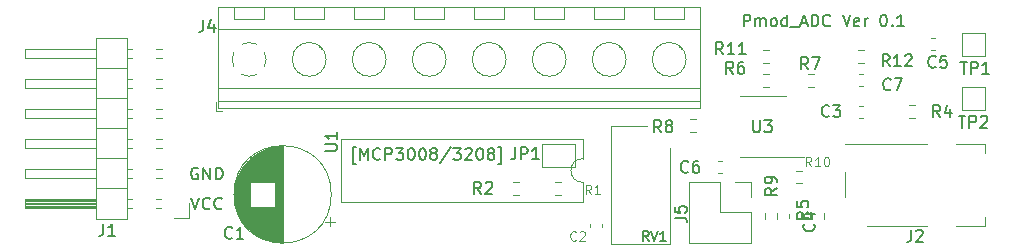
<source format=gbr>
%TF.GenerationSoftware,KiCad,Pcbnew,7.0.5*%
%TF.CreationDate,2024-01-04T17:18:43+09:00*%
%TF.ProjectId,Pmod_ADC,506d6f64-5f41-4444-932e-6b696361645f,rev?*%
%TF.SameCoordinates,Original*%
%TF.FileFunction,Legend,Top*%
%TF.FilePolarity,Positive*%
%FSLAX46Y46*%
G04 Gerber Fmt 4.6, Leading zero omitted, Abs format (unit mm)*
G04 Created by KiCad (PCBNEW 7.0.5) date 2024-01-04 17:18:43*
%MOMM*%
%LPD*%
G01*
G04 APERTURE LIST*
%ADD10C,0.150000*%
%ADD11C,0.100000*%
%ADD12C,0.120000*%
G04 APERTURE END LIST*
D10*
X164706493Y-94691152D02*
X164468398Y-94691152D01*
X164468398Y-94691152D02*
X164468398Y-93262580D01*
X164468398Y-93262580D02*
X164706493Y-93262580D01*
X165087446Y-94357819D02*
X165087446Y-93357819D01*
X165087446Y-93357819D02*
X165420779Y-94072104D01*
X165420779Y-94072104D02*
X165754112Y-93357819D01*
X165754112Y-93357819D02*
X165754112Y-94357819D01*
X166801731Y-94262580D02*
X166754112Y-94310200D01*
X166754112Y-94310200D02*
X166611255Y-94357819D01*
X166611255Y-94357819D02*
X166516017Y-94357819D01*
X166516017Y-94357819D02*
X166373160Y-94310200D01*
X166373160Y-94310200D02*
X166277922Y-94214961D01*
X166277922Y-94214961D02*
X166230303Y-94119723D01*
X166230303Y-94119723D02*
X166182684Y-93929247D01*
X166182684Y-93929247D02*
X166182684Y-93786390D01*
X166182684Y-93786390D02*
X166230303Y-93595914D01*
X166230303Y-93595914D02*
X166277922Y-93500676D01*
X166277922Y-93500676D02*
X166373160Y-93405438D01*
X166373160Y-93405438D02*
X166516017Y-93357819D01*
X166516017Y-93357819D02*
X166611255Y-93357819D01*
X166611255Y-93357819D02*
X166754112Y-93405438D01*
X166754112Y-93405438D02*
X166801731Y-93453057D01*
X167230303Y-94357819D02*
X167230303Y-93357819D01*
X167230303Y-93357819D02*
X167611255Y-93357819D01*
X167611255Y-93357819D02*
X167706493Y-93405438D01*
X167706493Y-93405438D02*
X167754112Y-93453057D01*
X167754112Y-93453057D02*
X167801731Y-93548295D01*
X167801731Y-93548295D02*
X167801731Y-93691152D01*
X167801731Y-93691152D02*
X167754112Y-93786390D01*
X167754112Y-93786390D02*
X167706493Y-93834009D01*
X167706493Y-93834009D02*
X167611255Y-93881628D01*
X167611255Y-93881628D02*
X167230303Y-93881628D01*
X168135065Y-93357819D02*
X168754112Y-93357819D01*
X168754112Y-93357819D02*
X168420779Y-93738771D01*
X168420779Y-93738771D02*
X168563636Y-93738771D01*
X168563636Y-93738771D02*
X168658874Y-93786390D01*
X168658874Y-93786390D02*
X168706493Y-93834009D01*
X168706493Y-93834009D02*
X168754112Y-93929247D01*
X168754112Y-93929247D02*
X168754112Y-94167342D01*
X168754112Y-94167342D02*
X168706493Y-94262580D01*
X168706493Y-94262580D02*
X168658874Y-94310200D01*
X168658874Y-94310200D02*
X168563636Y-94357819D01*
X168563636Y-94357819D02*
X168277922Y-94357819D01*
X168277922Y-94357819D02*
X168182684Y-94310200D01*
X168182684Y-94310200D02*
X168135065Y-94262580D01*
X169373160Y-93357819D02*
X169468398Y-93357819D01*
X169468398Y-93357819D02*
X169563636Y-93405438D01*
X169563636Y-93405438D02*
X169611255Y-93453057D01*
X169611255Y-93453057D02*
X169658874Y-93548295D01*
X169658874Y-93548295D02*
X169706493Y-93738771D01*
X169706493Y-93738771D02*
X169706493Y-93976866D01*
X169706493Y-93976866D02*
X169658874Y-94167342D01*
X169658874Y-94167342D02*
X169611255Y-94262580D01*
X169611255Y-94262580D02*
X169563636Y-94310200D01*
X169563636Y-94310200D02*
X169468398Y-94357819D01*
X169468398Y-94357819D02*
X169373160Y-94357819D01*
X169373160Y-94357819D02*
X169277922Y-94310200D01*
X169277922Y-94310200D02*
X169230303Y-94262580D01*
X169230303Y-94262580D02*
X169182684Y-94167342D01*
X169182684Y-94167342D02*
X169135065Y-93976866D01*
X169135065Y-93976866D02*
X169135065Y-93738771D01*
X169135065Y-93738771D02*
X169182684Y-93548295D01*
X169182684Y-93548295D02*
X169230303Y-93453057D01*
X169230303Y-93453057D02*
X169277922Y-93405438D01*
X169277922Y-93405438D02*
X169373160Y-93357819D01*
X170325541Y-93357819D02*
X170420779Y-93357819D01*
X170420779Y-93357819D02*
X170516017Y-93405438D01*
X170516017Y-93405438D02*
X170563636Y-93453057D01*
X170563636Y-93453057D02*
X170611255Y-93548295D01*
X170611255Y-93548295D02*
X170658874Y-93738771D01*
X170658874Y-93738771D02*
X170658874Y-93976866D01*
X170658874Y-93976866D02*
X170611255Y-94167342D01*
X170611255Y-94167342D02*
X170563636Y-94262580D01*
X170563636Y-94262580D02*
X170516017Y-94310200D01*
X170516017Y-94310200D02*
X170420779Y-94357819D01*
X170420779Y-94357819D02*
X170325541Y-94357819D01*
X170325541Y-94357819D02*
X170230303Y-94310200D01*
X170230303Y-94310200D02*
X170182684Y-94262580D01*
X170182684Y-94262580D02*
X170135065Y-94167342D01*
X170135065Y-94167342D02*
X170087446Y-93976866D01*
X170087446Y-93976866D02*
X170087446Y-93738771D01*
X170087446Y-93738771D02*
X170135065Y-93548295D01*
X170135065Y-93548295D02*
X170182684Y-93453057D01*
X170182684Y-93453057D02*
X170230303Y-93405438D01*
X170230303Y-93405438D02*
X170325541Y-93357819D01*
X171230303Y-93786390D02*
X171135065Y-93738771D01*
X171135065Y-93738771D02*
X171087446Y-93691152D01*
X171087446Y-93691152D02*
X171039827Y-93595914D01*
X171039827Y-93595914D02*
X171039827Y-93548295D01*
X171039827Y-93548295D02*
X171087446Y-93453057D01*
X171087446Y-93453057D02*
X171135065Y-93405438D01*
X171135065Y-93405438D02*
X171230303Y-93357819D01*
X171230303Y-93357819D02*
X171420779Y-93357819D01*
X171420779Y-93357819D02*
X171516017Y-93405438D01*
X171516017Y-93405438D02*
X171563636Y-93453057D01*
X171563636Y-93453057D02*
X171611255Y-93548295D01*
X171611255Y-93548295D02*
X171611255Y-93595914D01*
X171611255Y-93595914D02*
X171563636Y-93691152D01*
X171563636Y-93691152D02*
X171516017Y-93738771D01*
X171516017Y-93738771D02*
X171420779Y-93786390D01*
X171420779Y-93786390D02*
X171230303Y-93786390D01*
X171230303Y-93786390D02*
X171135065Y-93834009D01*
X171135065Y-93834009D02*
X171087446Y-93881628D01*
X171087446Y-93881628D02*
X171039827Y-93976866D01*
X171039827Y-93976866D02*
X171039827Y-94167342D01*
X171039827Y-94167342D02*
X171087446Y-94262580D01*
X171087446Y-94262580D02*
X171135065Y-94310200D01*
X171135065Y-94310200D02*
X171230303Y-94357819D01*
X171230303Y-94357819D02*
X171420779Y-94357819D01*
X171420779Y-94357819D02*
X171516017Y-94310200D01*
X171516017Y-94310200D02*
X171563636Y-94262580D01*
X171563636Y-94262580D02*
X171611255Y-94167342D01*
X171611255Y-94167342D02*
X171611255Y-93976866D01*
X171611255Y-93976866D02*
X171563636Y-93881628D01*
X171563636Y-93881628D02*
X171516017Y-93834009D01*
X171516017Y-93834009D02*
X171420779Y-93786390D01*
X172754112Y-93310200D02*
X171896970Y-94595914D01*
X172992208Y-93357819D02*
X173611255Y-93357819D01*
X173611255Y-93357819D02*
X173277922Y-93738771D01*
X173277922Y-93738771D02*
X173420779Y-93738771D01*
X173420779Y-93738771D02*
X173516017Y-93786390D01*
X173516017Y-93786390D02*
X173563636Y-93834009D01*
X173563636Y-93834009D02*
X173611255Y-93929247D01*
X173611255Y-93929247D02*
X173611255Y-94167342D01*
X173611255Y-94167342D02*
X173563636Y-94262580D01*
X173563636Y-94262580D02*
X173516017Y-94310200D01*
X173516017Y-94310200D02*
X173420779Y-94357819D01*
X173420779Y-94357819D02*
X173135065Y-94357819D01*
X173135065Y-94357819D02*
X173039827Y-94310200D01*
X173039827Y-94310200D02*
X172992208Y-94262580D01*
X173992208Y-93453057D02*
X174039827Y-93405438D01*
X174039827Y-93405438D02*
X174135065Y-93357819D01*
X174135065Y-93357819D02*
X174373160Y-93357819D01*
X174373160Y-93357819D02*
X174468398Y-93405438D01*
X174468398Y-93405438D02*
X174516017Y-93453057D01*
X174516017Y-93453057D02*
X174563636Y-93548295D01*
X174563636Y-93548295D02*
X174563636Y-93643533D01*
X174563636Y-93643533D02*
X174516017Y-93786390D01*
X174516017Y-93786390D02*
X173944589Y-94357819D01*
X173944589Y-94357819D02*
X174563636Y-94357819D01*
X175182684Y-93357819D02*
X175277922Y-93357819D01*
X175277922Y-93357819D02*
X175373160Y-93405438D01*
X175373160Y-93405438D02*
X175420779Y-93453057D01*
X175420779Y-93453057D02*
X175468398Y-93548295D01*
X175468398Y-93548295D02*
X175516017Y-93738771D01*
X175516017Y-93738771D02*
X175516017Y-93976866D01*
X175516017Y-93976866D02*
X175468398Y-94167342D01*
X175468398Y-94167342D02*
X175420779Y-94262580D01*
X175420779Y-94262580D02*
X175373160Y-94310200D01*
X175373160Y-94310200D02*
X175277922Y-94357819D01*
X175277922Y-94357819D02*
X175182684Y-94357819D01*
X175182684Y-94357819D02*
X175087446Y-94310200D01*
X175087446Y-94310200D02*
X175039827Y-94262580D01*
X175039827Y-94262580D02*
X174992208Y-94167342D01*
X174992208Y-94167342D02*
X174944589Y-93976866D01*
X174944589Y-93976866D02*
X174944589Y-93738771D01*
X174944589Y-93738771D02*
X174992208Y-93548295D01*
X174992208Y-93548295D02*
X175039827Y-93453057D01*
X175039827Y-93453057D02*
X175087446Y-93405438D01*
X175087446Y-93405438D02*
X175182684Y-93357819D01*
X176087446Y-93786390D02*
X175992208Y-93738771D01*
X175992208Y-93738771D02*
X175944589Y-93691152D01*
X175944589Y-93691152D02*
X175896970Y-93595914D01*
X175896970Y-93595914D02*
X175896970Y-93548295D01*
X175896970Y-93548295D02*
X175944589Y-93453057D01*
X175944589Y-93453057D02*
X175992208Y-93405438D01*
X175992208Y-93405438D02*
X176087446Y-93357819D01*
X176087446Y-93357819D02*
X176277922Y-93357819D01*
X176277922Y-93357819D02*
X176373160Y-93405438D01*
X176373160Y-93405438D02*
X176420779Y-93453057D01*
X176420779Y-93453057D02*
X176468398Y-93548295D01*
X176468398Y-93548295D02*
X176468398Y-93595914D01*
X176468398Y-93595914D02*
X176420779Y-93691152D01*
X176420779Y-93691152D02*
X176373160Y-93738771D01*
X176373160Y-93738771D02*
X176277922Y-93786390D01*
X176277922Y-93786390D02*
X176087446Y-93786390D01*
X176087446Y-93786390D02*
X175992208Y-93834009D01*
X175992208Y-93834009D02*
X175944589Y-93881628D01*
X175944589Y-93881628D02*
X175896970Y-93976866D01*
X175896970Y-93976866D02*
X175896970Y-94167342D01*
X175896970Y-94167342D02*
X175944589Y-94262580D01*
X175944589Y-94262580D02*
X175992208Y-94310200D01*
X175992208Y-94310200D02*
X176087446Y-94357819D01*
X176087446Y-94357819D02*
X176277922Y-94357819D01*
X176277922Y-94357819D02*
X176373160Y-94310200D01*
X176373160Y-94310200D02*
X176420779Y-94262580D01*
X176420779Y-94262580D02*
X176468398Y-94167342D01*
X176468398Y-94167342D02*
X176468398Y-93976866D01*
X176468398Y-93976866D02*
X176420779Y-93881628D01*
X176420779Y-93881628D02*
X176373160Y-93834009D01*
X176373160Y-93834009D02*
X176277922Y-93786390D01*
X176801732Y-94691152D02*
X177039827Y-94691152D01*
X177039827Y-94691152D02*
X177039827Y-93262580D01*
X177039827Y-93262580D02*
X176801732Y-93262580D01*
X151355588Y-95056438D02*
X151260350Y-95008819D01*
X151260350Y-95008819D02*
X151117493Y-95008819D01*
X151117493Y-95008819D02*
X150974636Y-95056438D01*
X150974636Y-95056438D02*
X150879398Y-95151676D01*
X150879398Y-95151676D02*
X150831779Y-95246914D01*
X150831779Y-95246914D02*
X150784160Y-95437390D01*
X150784160Y-95437390D02*
X150784160Y-95580247D01*
X150784160Y-95580247D02*
X150831779Y-95770723D01*
X150831779Y-95770723D02*
X150879398Y-95865961D01*
X150879398Y-95865961D02*
X150974636Y-95961200D01*
X150974636Y-95961200D02*
X151117493Y-96008819D01*
X151117493Y-96008819D02*
X151212731Y-96008819D01*
X151212731Y-96008819D02*
X151355588Y-95961200D01*
X151355588Y-95961200D02*
X151403207Y-95913580D01*
X151403207Y-95913580D02*
X151403207Y-95580247D01*
X151403207Y-95580247D02*
X151212731Y-95580247D01*
X151831779Y-96008819D02*
X151831779Y-95008819D01*
X151831779Y-95008819D02*
X152403207Y-96008819D01*
X152403207Y-96008819D02*
X152403207Y-95008819D01*
X152879398Y-96008819D02*
X152879398Y-95008819D01*
X152879398Y-95008819D02*
X153117493Y-95008819D01*
X153117493Y-95008819D02*
X153260350Y-95056438D01*
X153260350Y-95056438D02*
X153355588Y-95151676D01*
X153355588Y-95151676D02*
X153403207Y-95246914D01*
X153403207Y-95246914D02*
X153450826Y-95437390D01*
X153450826Y-95437390D02*
X153450826Y-95580247D01*
X153450826Y-95580247D02*
X153403207Y-95770723D01*
X153403207Y-95770723D02*
X153355588Y-95865961D01*
X153355588Y-95865961D02*
X153260350Y-95961200D01*
X153260350Y-95961200D02*
X153117493Y-96008819D01*
X153117493Y-96008819D02*
X152879398Y-96008819D01*
X197567779Y-83054819D02*
X197567779Y-82054819D01*
X197567779Y-82054819D02*
X197948731Y-82054819D01*
X197948731Y-82054819D02*
X198043969Y-82102438D01*
X198043969Y-82102438D02*
X198091588Y-82150057D01*
X198091588Y-82150057D02*
X198139207Y-82245295D01*
X198139207Y-82245295D02*
X198139207Y-82388152D01*
X198139207Y-82388152D02*
X198091588Y-82483390D01*
X198091588Y-82483390D02*
X198043969Y-82531009D01*
X198043969Y-82531009D02*
X197948731Y-82578628D01*
X197948731Y-82578628D02*
X197567779Y-82578628D01*
X198567779Y-83054819D02*
X198567779Y-82388152D01*
X198567779Y-82483390D02*
X198615398Y-82435771D01*
X198615398Y-82435771D02*
X198710636Y-82388152D01*
X198710636Y-82388152D02*
X198853493Y-82388152D01*
X198853493Y-82388152D02*
X198948731Y-82435771D01*
X198948731Y-82435771D02*
X198996350Y-82531009D01*
X198996350Y-82531009D02*
X198996350Y-83054819D01*
X198996350Y-82531009D02*
X199043969Y-82435771D01*
X199043969Y-82435771D02*
X199139207Y-82388152D01*
X199139207Y-82388152D02*
X199282064Y-82388152D01*
X199282064Y-82388152D02*
X199377303Y-82435771D01*
X199377303Y-82435771D02*
X199424922Y-82531009D01*
X199424922Y-82531009D02*
X199424922Y-83054819D01*
X200043969Y-83054819D02*
X199948731Y-83007200D01*
X199948731Y-83007200D02*
X199901112Y-82959580D01*
X199901112Y-82959580D02*
X199853493Y-82864342D01*
X199853493Y-82864342D02*
X199853493Y-82578628D01*
X199853493Y-82578628D02*
X199901112Y-82483390D01*
X199901112Y-82483390D02*
X199948731Y-82435771D01*
X199948731Y-82435771D02*
X200043969Y-82388152D01*
X200043969Y-82388152D02*
X200186826Y-82388152D01*
X200186826Y-82388152D02*
X200282064Y-82435771D01*
X200282064Y-82435771D02*
X200329683Y-82483390D01*
X200329683Y-82483390D02*
X200377302Y-82578628D01*
X200377302Y-82578628D02*
X200377302Y-82864342D01*
X200377302Y-82864342D02*
X200329683Y-82959580D01*
X200329683Y-82959580D02*
X200282064Y-83007200D01*
X200282064Y-83007200D02*
X200186826Y-83054819D01*
X200186826Y-83054819D02*
X200043969Y-83054819D01*
X201234445Y-83054819D02*
X201234445Y-82054819D01*
X201234445Y-83007200D02*
X201139207Y-83054819D01*
X201139207Y-83054819D02*
X200948731Y-83054819D01*
X200948731Y-83054819D02*
X200853493Y-83007200D01*
X200853493Y-83007200D02*
X200805874Y-82959580D01*
X200805874Y-82959580D02*
X200758255Y-82864342D01*
X200758255Y-82864342D02*
X200758255Y-82578628D01*
X200758255Y-82578628D02*
X200805874Y-82483390D01*
X200805874Y-82483390D02*
X200853493Y-82435771D01*
X200853493Y-82435771D02*
X200948731Y-82388152D01*
X200948731Y-82388152D02*
X201139207Y-82388152D01*
X201139207Y-82388152D02*
X201234445Y-82435771D01*
X201472541Y-83150057D02*
X202234445Y-83150057D01*
X202424922Y-82769104D02*
X202901112Y-82769104D01*
X202329684Y-83054819D02*
X202663017Y-82054819D01*
X202663017Y-82054819D02*
X202996350Y-83054819D01*
X203329684Y-83054819D02*
X203329684Y-82054819D01*
X203329684Y-82054819D02*
X203567779Y-82054819D01*
X203567779Y-82054819D02*
X203710636Y-82102438D01*
X203710636Y-82102438D02*
X203805874Y-82197676D01*
X203805874Y-82197676D02*
X203853493Y-82292914D01*
X203853493Y-82292914D02*
X203901112Y-82483390D01*
X203901112Y-82483390D02*
X203901112Y-82626247D01*
X203901112Y-82626247D02*
X203853493Y-82816723D01*
X203853493Y-82816723D02*
X203805874Y-82911961D01*
X203805874Y-82911961D02*
X203710636Y-83007200D01*
X203710636Y-83007200D02*
X203567779Y-83054819D01*
X203567779Y-83054819D02*
X203329684Y-83054819D01*
X204901112Y-82959580D02*
X204853493Y-83007200D01*
X204853493Y-83007200D02*
X204710636Y-83054819D01*
X204710636Y-83054819D02*
X204615398Y-83054819D01*
X204615398Y-83054819D02*
X204472541Y-83007200D01*
X204472541Y-83007200D02*
X204377303Y-82911961D01*
X204377303Y-82911961D02*
X204329684Y-82816723D01*
X204329684Y-82816723D02*
X204282065Y-82626247D01*
X204282065Y-82626247D02*
X204282065Y-82483390D01*
X204282065Y-82483390D02*
X204329684Y-82292914D01*
X204329684Y-82292914D02*
X204377303Y-82197676D01*
X204377303Y-82197676D02*
X204472541Y-82102438D01*
X204472541Y-82102438D02*
X204615398Y-82054819D01*
X204615398Y-82054819D02*
X204710636Y-82054819D01*
X204710636Y-82054819D02*
X204853493Y-82102438D01*
X204853493Y-82102438D02*
X204901112Y-82150057D01*
X205948732Y-82054819D02*
X206282065Y-83054819D01*
X206282065Y-83054819D02*
X206615398Y-82054819D01*
X207329684Y-83007200D02*
X207234446Y-83054819D01*
X207234446Y-83054819D02*
X207043970Y-83054819D01*
X207043970Y-83054819D02*
X206948732Y-83007200D01*
X206948732Y-83007200D02*
X206901113Y-82911961D01*
X206901113Y-82911961D02*
X206901113Y-82531009D01*
X206901113Y-82531009D02*
X206948732Y-82435771D01*
X206948732Y-82435771D02*
X207043970Y-82388152D01*
X207043970Y-82388152D02*
X207234446Y-82388152D01*
X207234446Y-82388152D02*
X207329684Y-82435771D01*
X207329684Y-82435771D02*
X207377303Y-82531009D01*
X207377303Y-82531009D02*
X207377303Y-82626247D01*
X207377303Y-82626247D02*
X206901113Y-82721485D01*
X207805875Y-83054819D02*
X207805875Y-82388152D01*
X207805875Y-82578628D02*
X207853494Y-82483390D01*
X207853494Y-82483390D02*
X207901113Y-82435771D01*
X207901113Y-82435771D02*
X207996351Y-82388152D01*
X207996351Y-82388152D02*
X208091589Y-82388152D01*
X209377304Y-82054819D02*
X209472542Y-82054819D01*
X209472542Y-82054819D02*
X209567780Y-82102438D01*
X209567780Y-82102438D02*
X209615399Y-82150057D01*
X209615399Y-82150057D02*
X209663018Y-82245295D01*
X209663018Y-82245295D02*
X209710637Y-82435771D01*
X209710637Y-82435771D02*
X209710637Y-82673866D01*
X209710637Y-82673866D02*
X209663018Y-82864342D01*
X209663018Y-82864342D02*
X209615399Y-82959580D01*
X209615399Y-82959580D02*
X209567780Y-83007200D01*
X209567780Y-83007200D02*
X209472542Y-83054819D01*
X209472542Y-83054819D02*
X209377304Y-83054819D01*
X209377304Y-83054819D02*
X209282066Y-83007200D01*
X209282066Y-83007200D02*
X209234447Y-82959580D01*
X209234447Y-82959580D02*
X209186828Y-82864342D01*
X209186828Y-82864342D02*
X209139209Y-82673866D01*
X209139209Y-82673866D02*
X209139209Y-82435771D01*
X209139209Y-82435771D02*
X209186828Y-82245295D01*
X209186828Y-82245295D02*
X209234447Y-82150057D01*
X209234447Y-82150057D02*
X209282066Y-82102438D01*
X209282066Y-82102438D02*
X209377304Y-82054819D01*
X210139209Y-82959580D02*
X210186828Y-83007200D01*
X210186828Y-83007200D02*
X210139209Y-83054819D01*
X210139209Y-83054819D02*
X210091590Y-83007200D01*
X210091590Y-83007200D02*
X210139209Y-82959580D01*
X210139209Y-82959580D02*
X210139209Y-83054819D01*
X211139208Y-83054819D02*
X210567780Y-83054819D01*
X210853494Y-83054819D02*
X210853494Y-82054819D01*
X210853494Y-82054819D02*
X210758256Y-82197676D01*
X210758256Y-82197676D02*
X210663018Y-82292914D01*
X210663018Y-82292914D02*
X210567780Y-82340533D01*
X150815922Y-97548819D02*
X151149255Y-98548819D01*
X151149255Y-98548819D02*
X151482588Y-97548819D01*
X152387350Y-98453580D02*
X152339731Y-98501200D01*
X152339731Y-98501200D02*
X152196874Y-98548819D01*
X152196874Y-98548819D02*
X152101636Y-98548819D01*
X152101636Y-98548819D02*
X151958779Y-98501200D01*
X151958779Y-98501200D02*
X151863541Y-98405961D01*
X151863541Y-98405961D02*
X151815922Y-98310723D01*
X151815922Y-98310723D02*
X151768303Y-98120247D01*
X151768303Y-98120247D02*
X151768303Y-97977390D01*
X151768303Y-97977390D02*
X151815922Y-97786914D01*
X151815922Y-97786914D02*
X151863541Y-97691676D01*
X151863541Y-97691676D02*
X151958779Y-97596438D01*
X151958779Y-97596438D02*
X152101636Y-97548819D01*
X152101636Y-97548819D02*
X152196874Y-97548819D01*
X152196874Y-97548819D02*
X152339731Y-97596438D01*
X152339731Y-97596438D02*
X152387350Y-97644057D01*
X153387350Y-98453580D02*
X153339731Y-98501200D01*
X153339731Y-98501200D02*
X153196874Y-98548819D01*
X153196874Y-98548819D02*
X153101636Y-98548819D01*
X153101636Y-98548819D02*
X152958779Y-98501200D01*
X152958779Y-98501200D02*
X152863541Y-98405961D01*
X152863541Y-98405961D02*
X152815922Y-98310723D01*
X152815922Y-98310723D02*
X152768303Y-98120247D01*
X152768303Y-98120247D02*
X152768303Y-97977390D01*
X152768303Y-97977390D02*
X152815922Y-97786914D01*
X152815922Y-97786914D02*
X152863541Y-97691676D01*
X152863541Y-97691676D02*
X152958779Y-97596438D01*
X152958779Y-97596438D02*
X153101636Y-97548819D01*
X153101636Y-97548819D02*
X153196874Y-97548819D01*
X153196874Y-97548819D02*
X153339731Y-97596438D01*
X153339731Y-97596438D02*
X153387350Y-97644057D01*
%TO.C,U1*%
X162141819Y-93598904D02*
X162951342Y-93598904D01*
X162951342Y-93598904D02*
X163046580Y-93551285D01*
X163046580Y-93551285D02*
X163094200Y-93503666D01*
X163094200Y-93503666D02*
X163141819Y-93408428D01*
X163141819Y-93408428D02*
X163141819Y-93217952D01*
X163141819Y-93217952D02*
X163094200Y-93122714D01*
X163094200Y-93122714D02*
X163046580Y-93075095D01*
X163046580Y-93075095D02*
X162951342Y-93027476D01*
X162951342Y-93027476D02*
X162141819Y-93027476D01*
X163141819Y-92027476D02*
X163141819Y-92598904D01*
X163141819Y-92313190D02*
X162141819Y-92313190D01*
X162141819Y-92313190D02*
X162284676Y-92408428D01*
X162284676Y-92408428D02*
X162379914Y-92503666D01*
X162379914Y-92503666D02*
X162427533Y-92598904D01*
%TO.C,C4*%
X203508780Y-99785466D02*
X203556400Y-99833085D01*
X203556400Y-99833085D02*
X203604019Y-99975942D01*
X203604019Y-99975942D02*
X203604019Y-100071180D01*
X203604019Y-100071180D02*
X203556400Y-100214037D01*
X203556400Y-100214037D02*
X203461161Y-100309275D01*
X203461161Y-100309275D02*
X203365923Y-100356894D01*
X203365923Y-100356894D02*
X203175447Y-100404513D01*
X203175447Y-100404513D02*
X203032590Y-100404513D01*
X203032590Y-100404513D02*
X202842114Y-100356894D01*
X202842114Y-100356894D02*
X202746876Y-100309275D01*
X202746876Y-100309275D02*
X202651638Y-100214037D01*
X202651638Y-100214037D02*
X202604019Y-100071180D01*
X202604019Y-100071180D02*
X202604019Y-99975942D01*
X202604019Y-99975942D02*
X202651638Y-99833085D01*
X202651638Y-99833085D02*
X202699257Y-99785466D01*
X202937352Y-98928323D02*
X203604019Y-98928323D01*
X202556400Y-99166418D02*
X203270685Y-99404513D01*
X203270685Y-99404513D02*
X203270685Y-98785466D01*
%TO.C,C3*%
X204811333Y-90631180D02*
X204763714Y-90678800D01*
X204763714Y-90678800D02*
X204620857Y-90726419D01*
X204620857Y-90726419D02*
X204525619Y-90726419D01*
X204525619Y-90726419D02*
X204382762Y-90678800D01*
X204382762Y-90678800D02*
X204287524Y-90583561D01*
X204287524Y-90583561D02*
X204239905Y-90488323D01*
X204239905Y-90488323D02*
X204192286Y-90297847D01*
X204192286Y-90297847D02*
X204192286Y-90154990D01*
X204192286Y-90154990D02*
X204239905Y-89964514D01*
X204239905Y-89964514D02*
X204287524Y-89869276D01*
X204287524Y-89869276D02*
X204382762Y-89774038D01*
X204382762Y-89774038D02*
X204525619Y-89726419D01*
X204525619Y-89726419D02*
X204620857Y-89726419D01*
X204620857Y-89726419D02*
X204763714Y-89774038D01*
X204763714Y-89774038D02*
X204811333Y-89821657D01*
X205144667Y-89726419D02*
X205763714Y-89726419D01*
X205763714Y-89726419D02*
X205430381Y-90107371D01*
X205430381Y-90107371D02*
X205573238Y-90107371D01*
X205573238Y-90107371D02*
X205668476Y-90154990D01*
X205668476Y-90154990D02*
X205716095Y-90202609D01*
X205716095Y-90202609D02*
X205763714Y-90297847D01*
X205763714Y-90297847D02*
X205763714Y-90535942D01*
X205763714Y-90535942D02*
X205716095Y-90631180D01*
X205716095Y-90631180D02*
X205668476Y-90678800D01*
X205668476Y-90678800D02*
X205573238Y-90726419D01*
X205573238Y-90726419D02*
X205287524Y-90726419D01*
X205287524Y-90726419D02*
X205192286Y-90678800D01*
X205192286Y-90678800D02*
X205144667Y-90631180D01*
%TO.C,C5*%
X213828333Y-86465580D02*
X213780714Y-86513200D01*
X213780714Y-86513200D02*
X213637857Y-86560819D01*
X213637857Y-86560819D02*
X213542619Y-86560819D01*
X213542619Y-86560819D02*
X213399762Y-86513200D01*
X213399762Y-86513200D02*
X213304524Y-86417961D01*
X213304524Y-86417961D02*
X213256905Y-86322723D01*
X213256905Y-86322723D02*
X213209286Y-86132247D01*
X213209286Y-86132247D02*
X213209286Y-85989390D01*
X213209286Y-85989390D02*
X213256905Y-85798914D01*
X213256905Y-85798914D02*
X213304524Y-85703676D01*
X213304524Y-85703676D02*
X213399762Y-85608438D01*
X213399762Y-85608438D02*
X213542619Y-85560819D01*
X213542619Y-85560819D02*
X213637857Y-85560819D01*
X213637857Y-85560819D02*
X213780714Y-85608438D01*
X213780714Y-85608438D02*
X213828333Y-85656057D01*
X214733095Y-85560819D02*
X214256905Y-85560819D01*
X214256905Y-85560819D02*
X214209286Y-86037009D01*
X214209286Y-86037009D02*
X214256905Y-85989390D01*
X214256905Y-85989390D02*
X214352143Y-85941771D01*
X214352143Y-85941771D02*
X214590238Y-85941771D01*
X214590238Y-85941771D02*
X214685476Y-85989390D01*
X214685476Y-85989390D02*
X214733095Y-86037009D01*
X214733095Y-86037009D02*
X214780714Y-86132247D01*
X214780714Y-86132247D02*
X214780714Y-86370342D01*
X214780714Y-86370342D02*
X214733095Y-86465580D01*
X214733095Y-86465580D02*
X214685476Y-86513200D01*
X214685476Y-86513200D02*
X214590238Y-86560819D01*
X214590238Y-86560819D02*
X214352143Y-86560819D01*
X214352143Y-86560819D02*
X214256905Y-86513200D01*
X214256905Y-86513200D02*
X214209286Y-86465580D01*
%TO.C,R7*%
X203033333Y-86687819D02*
X202700000Y-86211628D01*
X202461905Y-86687819D02*
X202461905Y-85687819D01*
X202461905Y-85687819D02*
X202842857Y-85687819D01*
X202842857Y-85687819D02*
X202938095Y-85735438D01*
X202938095Y-85735438D02*
X202985714Y-85783057D01*
X202985714Y-85783057D02*
X203033333Y-85878295D01*
X203033333Y-85878295D02*
X203033333Y-86021152D01*
X203033333Y-86021152D02*
X202985714Y-86116390D01*
X202985714Y-86116390D02*
X202938095Y-86164009D01*
X202938095Y-86164009D02*
X202842857Y-86211628D01*
X202842857Y-86211628D02*
X202461905Y-86211628D01*
X203366667Y-85687819D02*
X204033333Y-85687819D01*
X204033333Y-85687819D02*
X203604762Y-86687819D01*
%TO.C,R5*%
X203045219Y-98769466D02*
X202569028Y-99102799D01*
X203045219Y-99340894D02*
X202045219Y-99340894D01*
X202045219Y-99340894D02*
X202045219Y-98959942D01*
X202045219Y-98959942D02*
X202092838Y-98864704D01*
X202092838Y-98864704D02*
X202140457Y-98817085D01*
X202140457Y-98817085D02*
X202235695Y-98769466D01*
X202235695Y-98769466D02*
X202378552Y-98769466D01*
X202378552Y-98769466D02*
X202473790Y-98817085D01*
X202473790Y-98817085D02*
X202521409Y-98864704D01*
X202521409Y-98864704D02*
X202569028Y-98959942D01*
X202569028Y-98959942D02*
X202569028Y-99340894D01*
X202045219Y-97864704D02*
X202045219Y-98340894D01*
X202045219Y-98340894D02*
X202521409Y-98388513D01*
X202521409Y-98388513D02*
X202473790Y-98340894D01*
X202473790Y-98340894D02*
X202426171Y-98245656D01*
X202426171Y-98245656D02*
X202426171Y-98007561D01*
X202426171Y-98007561D02*
X202473790Y-97912323D01*
X202473790Y-97912323D02*
X202521409Y-97864704D01*
X202521409Y-97864704D02*
X202616647Y-97817085D01*
X202616647Y-97817085D02*
X202854742Y-97817085D01*
X202854742Y-97817085D02*
X202949980Y-97864704D01*
X202949980Y-97864704D02*
X202997600Y-97912323D01*
X202997600Y-97912323D02*
X203045219Y-98007561D01*
X203045219Y-98007561D02*
X203045219Y-98245656D01*
X203045219Y-98245656D02*
X202997600Y-98340894D01*
X202997600Y-98340894D02*
X202949980Y-98388513D01*
%TO.C,J5*%
X191732819Y-99266333D02*
X192447104Y-99266333D01*
X192447104Y-99266333D02*
X192589961Y-99313952D01*
X192589961Y-99313952D02*
X192685200Y-99409190D01*
X192685200Y-99409190D02*
X192732819Y-99552047D01*
X192732819Y-99552047D02*
X192732819Y-99647285D01*
X191732819Y-98313952D02*
X191732819Y-98790142D01*
X191732819Y-98790142D02*
X192209009Y-98837761D01*
X192209009Y-98837761D02*
X192161390Y-98790142D01*
X192161390Y-98790142D02*
X192113771Y-98694904D01*
X192113771Y-98694904D02*
X192113771Y-98456809D01*
X192113771Y-98456809D02*
X192161390Y-98361571D01*
X192161390Y-98361571D02*
X192209009Y-98313952D01*
X192209009Y-98313952D02*
X192304247Y-98266333D01*
X192304247Y-98266333D02*
X192542342Y-98266333D01*
X192542342Y-98266333D02*
X192637580Y-98313952D01*
X192637580Y-98313952D02*
X192685200Y-98361571D01*
X192685200Y-98361571D02*
X192732819Y-98456809D01*
X192732819Y-98456809D02*
X192732819Y-98694904D01*
X192732819Y-98694904D02*
X192685200Y-98790142D01*
X192685200Y-98790142D02*
X192637580Y-98837761D01*
%TO.C,R6*%
X196683333Y-87068819D02*
X196350000Y-86592628D01*
X196111905Y-87068819D02*
X196111905Y-86068819D01*
X196111905Y-86068819D02*
X196492857Y-86068819D01*
X196492857Y-86068819D02*
X196588095Y-86116438D01*
X196588095Y-86116438D02*
X196635714Y-86164057D01*
X196635714Y-86164057D02*
X196683333Y-86259295D01*
X196683333Y-86259295D02*
X196683333Y-86402152D01*
X196683333Y-86402152D02*
X196635714Y-86497390D01*
X196635714Y-86497390D02*
X196588095Y-86545009D01*
X196588095Y-86545009D02*
X196492857Y-86592628D01*
X196492857Y-86592628D02*
X196111905Y-86592628D01*
X197540476Y-86068819D02*
X197350000Y-86068819D01*
X197350000Y-86068819D02*
X197254762Y-86116438D01*
X197254762Y-86116438D02*
X197207143Y-86164057D01*
X197207143Y-86164057D02*
X197111905Y-86306914D01*
X197111905Y-86306914D02*
X197064286Y-86497390D01*
X197064286Y-86497390D02*
X197064286Y-86878342D01*
X197064286Y-86878342D02*
X197111905Y-86973580D01*
X197111905Y-86973580D02*
X197159524Y-87021200D01*
X197159524Y-87021200D02*
X197254762Y-87068819D01*
X197254762Y-87068819D02*
X197445238Y-87068819D01*
X197445238Y-87068819D02*
X197540476Y-87021200D01*
X197540476Y-87021200D02*
X197588095Y-86973580D01*
X197588095Y-86973580D02*
X197635714Y-86878342D01*
X197635714Y-86878342D02*
X197635714Y-86640247D01*
X197635714Y-86640247D02*
X197588095Y-86545009D01*
X197588095Y-86545009D02*
X197540476Y-86497390D01*
X197540476Y-86497390D02*
X197445238Y-86449771D01*
X197445238Y-86449771D02*
X197254762Y-86449771D01*
X197254762Y-86449771D02*
X197159524Y-86497390D01*
X197159524Y-86497390D02*
X197111905Y-86545009D01*
X197111905Y-86545009D02*
X197064286Y-86640247D01*
%TO.C,TP1*%
X215908095Y-86068819D02*
X216479523Y-86068819D01*
X216193809Y-87068819D02*
X216193809Y-86068819D01*
X216812857Y-87068819D02*
X216812857Y-86068819D01*
X216812857Y-86068819D02*
X217193809Y-86068819D01*
X217193809Y-86068819D02*
X217289047Y-86116438D01*
X217289047Y-86116438D02*
X217336666Y-86164057D01*
X217336666Y-86164057D02*
X217384285Y-86259295D01*
X217384285Y-86259295D02*
X217384285Y-86402152D01*
X217384285Y-86402152D02*
X217336666Y-86497390D01*
X217336666Y-86497390D02*
X217289047Y-86545009D01*
X217289047Y-86545009D02*
X217193809Y-86592628D01*
X217193809Y-86592628D02*
X216812857Y-86592628D01*
X218336666Y-87068819D02*
X217765238Y-87068819D01*
X218050952Y-87068819D02*
X218050952Y-86068819D01*
X218050952Y-86068819D02*
X217955714Y-86211676D01*
X217955714Y-86211676D02*
X217860476Y-86306914D01*
X217860476Y-86306914D02*
X217765238Y-86354533D01*
%TO.C,R2*%
X175332333Y-97228819D02*
X174999000Y-96752628D01*
X174760905Y-97228819D02*
X174760905Y-96228819D01*
X174760905Y-96228819D02*
X175141857Y-96228819D01*
X175141857Y-96228819D02*
X175237095Y-96276438D01*
X175237095Y-96276438D02*
X175284714Y-96324057D01*
X175284714Y-96324057D02*
X175332333Y-96419295D01*
X175332333Y-96419295D02*
X175332333Y-96562152D01*
X175332333Y-96562152D02*
X175284714Y-96657390D01*
X175284714Y-96657390D02*
X175237095Y-96705009D01*
X175237095Y-96705009D02*
X175141857Y-96752628D01*
X175141857Y-96752628D02*
X174760905Y-96752628D01*
X175713286Y-96324057D02*
X175760905Y-96276438D01*
X175760905Y-96276438D02*
X175856143Y-96228819D01*
X175856143Y-96228819D02*
X176094238Y-96228819D01*
X176094238Y-96228819D02*
X176189476Y-96276438D01*
X176189476Y-96276438D02*
X176237095Y-96324057D01*
X176237095Y-96324057D02*
X176284714Y-96419295D01*
X176284714Y-96419295D02*
X176284714Y-96514533D01*
X176284714Y-96514533D02*
X176237095Y-96657390D01*
X176237095Y-96657390D02*
X175665667Y-97228819D01*
X175665667Y-97228819D02*
X176284714Y-97228819D01*
%TO.C,J2*%
X211756666Y-100292819D02*
X211756666Y-101007104D01*
X211756666Y-101007104D02*
X211709047Y-101149961D01*
X211709047Y-101149961D02*
X211613809Y-101245200D01*
X211613809Y-101245200D02*
X211470952Y-101292819D01*
X211470952Y-101292819D02*
X211375714Y-101292819D01*
X212185238Y-100388057D02*
X212232857Y-100340438D01*
X212232857Y-100340438D02*
X212328095Y-100292819D01*
X212328095Y-100292819D02*
X212566190Y-100292819D01*
X212566190Y-100292819D02*
X212661428Y-100340438D01*
X212661428Y-100340438D02*
X212709047Y-100388057D01*
X212709047Y-100388057D02*
X212756666Y-100483295D01*
X212756666Y-100483295D02*
X212756666Y-100578533D01*
X212756666Y-100578533D02*
X212709047Y-100721390D01*
X212709047Y-100721390D02*
X212137619Y-101292819D01*
X212137619Y-101292819D02*
X212756666Y-101292819D01*
%TO.C,TP2*%
X215781095Y-90640819D02*
X216352523Y-90640819D01*
X216066809Y-91640819D02*
X216066809Y-90640819D01*
X216685857Y-91640819D02*
X216685857Y-90640819D01*
X216685857Y-90640819D02*
X217066809Y-90640819D01*
X217066809Y-90640819D02*
X217162047Y-90688438D01*
X217162047Y-90688438D02*
X217209666Y-90736057D01*
X217209666Y-90736057D02*
X217257285Y-90831295D01*
X217257285Y-90831295D02*
X217257285Y-90974152D01*
X217257285Y-90974152D02*
X217209666Y-91069390D01*
X217209666Y-91069390D02*
X217162047Y-91117009D01*
X217162047Y-91117009D02*
X217066809Y-91164628D01*
X217066809Y-91164628D02*
X216685857Y-91164628D01*
X217638238Y-90736057D02*
X217685857Y-90688438D01*
X217685857Y-90688438D02*
X217781095Y-90640819D01*
X217781095Y-90640819D02*
X218019190Y-90640819D01*
X218019190Y-90640819D02*
X218114428Y-90688438D01*
X218114428Y-90688438D02*
X218162047Y-90736057D01*
X218162047Y-90736057D02*
X218209666Y-90831295D01*
X218209666Y-90831295D02*
X218209666Y-90926533D01*
X218209666Y-90926533D02*
X218162047Y-91069390D01*
X218162047Y-91069390D02*
X217590619Y-91640819D01*
X217590619Y-91640819D02*
X218209666Y-91640819D01*
%TO.C,R8*%
X190587333Y-92021819D02*
X190254000Y-91545628D01*
X190015905Y-92021819D02*
X190015905Y-91021819D01*
X190015905Y-91021819D02*
X190396857Y-91021819D01*
X190396857Y-91021819D02*
X190492095Y-91069438D01*
X190492095Y-91069438D02*
X190539714Y-91117057D01*
X190539714Y-91117057D02*
X190587333Y-91212295D01*
X190587333Y-91212295D02*
X190587333Y-91355152D01*
X190587333Y-91355152D02*
X190539714Y-91450390D01*
X190539714Y-91450390D02*
X190492095Y-91498009D01*
X190492095Y-91498009D02*
X190396857Y-91545628D01*
X190396857Y-91545628D02*
X190015905Y-91545628D01*
X191158762Y-91450390D02*
X191063524Y-91402771D01*
X191063524Y-91402771D02*
X191015905Y-91355152D01*
X191015905Y-91355152D02*
X190968286Y-91259914D01*
X190968286Y-91259914D02*
X190968286Y-91212295D01*
X190968286Y-91212295D02*
X191015905Y-91117057D01*
X191015905Y-91117057D02*
X191063524Y-91069438D01*
X191063524Y-91069438D02*
X191158762Y-91021819D01*
X191158762Y-91021819D02*
X191349238Y-91021819D01*
X191349238Y-91021819D02*
X191444476Y-91069438D01*
X191444476Y-91069438D02*
X191492095Y-91117057D01*
X191492095Y-91117057D02*
X191539714Y-91212295D01*
X191539714Y-91212295D02*
X191539714Y-91259914D01*
X191539714Y-91259914D02*
X191492095Y-91355152D01*
X191492095Y-91355152D02*
X191444476Y-91402771D01*
X191444476Y-91402771D02*
X191349238Y-91450390D01*
X191349238Y-91450390D02*
X191158762Y-91450390D01*
X191158762Y-91450390D02*
X191063524Y-91498009D01*
X191063524Y-91498009D02*
X191015905Y-91545628D01*
X191015905Y-91545628D02*
X190968286Y-91640866D01*
X190968286Y-91640866D02*
X190968286Y-91831342D01*
X190968286Y-91831342D02*
X191015905Y-91926580D01*
X191015905Y-91926580D02*
X191063524Y-91974200D01*
X191063524Y-91974200D02*
X191158762Y-92021819D01*
X191158762Y-92021819D02*
X191349238Y-92021819D01*
X191349238Y-92021819D02*
X191444476Y-91974200D01*
X191444476Y-91974200D02*
X191492095Y-91926580D01*
X191492095Y-91926580D02*
X191539714Y-91831342D01*
X191539714Y-91831342D02*
X191539714Y-91640866D01*
X191539714Y-91640866D02*
X191492095Y-91545628D01*
X191492095Y-91545628D02*
X191444476Y-91498009D01*
X191444476Y-91498009D02*
X191349238Y-91450390D01*
%TO.C,JP1*%
X178236666Y-93307819D02*
X178236666Y-94022104D01*
X178236666Y-94022104D02*
X178189047Y-94164961D01*
X178189047Y-94164961D02*
X178093809Y-94260200D01*
X178093809Y-94260200D02*
X177950952Y-94307819D01*
X177950952Y-94307819D02*
X177855714Y-94307819D01*
X178712857Y-94307819D02*
X178712857Y-93307819D01*
X178712857Y-93307819D02*
X179093809Y-93307819D01*
X179093809Y-93307819D02*
X179189047Y-93355438D01*
X179189047Y-93355438D02*
X179236666Y-93403057D01*
X179236666Y-93403057D02*
X179284285Y-93498295D01*
X179284285Y-93498295D02*
X179284285Y-93641152D01*
X179284285Y-93641152D02*
X179236666Y-93736390D01*
X179236666Y-93736390D02*
X179189047Y-93784009D01*
X179189047Y-93784009D02*
X179093809Y-93831628D01*
X179093809Y-93831628D02*
X178712857Y-93831628D01*
X180236666Y-94307819D02*
X179665238Y-94307819D01*
X179950952Y-94307819D02*
X179950952Y-93307819D01*
X179950952Y-93307819D02*
X179855714Y-93450676D01*
X179855714Y-93450676D02*
X179760476Y-93545914D01*
X179760476Y-93545914D02*
X179665238Y-93593533D01*
%TO.C,R4*%
X214209333Y-90726419D02*
X213876000Y-90250228D01*
X213637905Y-90726419D02*
X213637905Y-89726419D01*
X213637905Y-89726419D02*
X214018857Y-89726419D01*
X214018857Y-89726419D02*
X214114095Y-89774038D01*
X214114095Y-89774038D02*
X214161714Y-89821657D01*
X214161714Y-89821657D02*
X214209333Y-89916895D01*
X214209333Y-89916895D02*
X214209333Y-90059752D01*
X214209333Y-90059752D02*
X214161714Y-90154990D01*
X214161714Y-90154990D02*
X214114095Y-90202609D01*
X214114095Y-90202609D02*
X214018857Y-90250228D01*
X214018857Y-90250228D02*
X213637905Y-90250228D01*
X215066476Y-90059752D02*
X215066476Y-90726419D01*
X214828381Y-89678800D02*
X214590286Y-90393085D01*
X214590286Y-90393085D02*
X215209333Y-90393085D01*
%TO.C,R9*%
X200352819Y-96737466D02*
X199876628Y-97070799D01*
X200352819Y-97308894D02*
X199352819Y-97308894D01*
X199352819Y-97308894D02*
X199352819Y-96927942D01*
X199352819Y-96927942D02*
X199400438Y-96832704D01*
X199400438Y-96832704D02*
X199448057Y-96785085D01*
X199448057Y-96785085D02*
X199543295Y-96737466D01*
X199543295Y-96737466D02*
X199686152Y-96737466D01*
X199686152Y-96737466D02*
X199781390Y-96785085D01*
X199781390Y-96785085D02*
X199829009Y-96832704D01*
X199829009Y-96832704D02*
X199876628Y-96927942D01*
X199876628Y-96927942D02*
X199876628Y-97308894D01*
X200352819Y-96261275D02*
X200352819Y-96070799D01*
X200352819Y-96070799D02*
X200305200Y-95975561D01*
X200305200Y-95975561D02*
X200257580Y-95927942D01*
X200257580Y-95927942D02*
X200114723Y-95832704D01*
X200114723Y-95832704D02*
X199924247Y-95785085D01*
X199924247Y-95785085D02*
X199543295Y-95785085D01*
X199543295Y-95785085D02*
X199448057Y-95832704D01*
X199448057Y-95832704D02*
X199400438Y-95880323D01*
X199400438Y-95880323D02*
X199352819Y-95975561D01*
X199352819Y-95975561D02*
X199352819Y-96166037D01*
X199352819Y-96166037D02*
X199400438Y-96261275D01*
X199400438Y-96261275D02*
X199448057Y-96308894D01*
X199448057Y-96308894D02*
X199543295Y-96356513D01*
X199543295Y-96356513D02*
X199781390Y-96356513D01*
X199781390Y-96356513D02*
X199876628Y-96308894D01*
X199876628Y-96308894D02*
X199924247Y-96261275D01*
X199924247Y-96261275D02*
X199971866Y-96166037D01*
X199971866Y-96166037D02*
X199971866Y-95975561D01*
X199971866Y-95975561D02*
X199924247Y-95880323D01*
X199924247Y-95880323D02*
X199876628Y-95832704D01*
X199876628Y-95832704D02*
X199781390Y-95785085D01*
%TO.C,U3*%
X198374095Y-91021819D02*
X198374095Y-91831342D01*
X198374095Y-91831342D02*
X198421714Y-91926580D01*
X198421714Y-91926580D02*
X198469333Y-91974200D01*
X198469333Y-91974200D02*
X198564571Y-92021819D01*
X198564571Y-92021819D02*
X198755047Y-92021819D01*
X198755047Y-92021819D02*
X198850285Y-91974200D01*
X198850285Y-91974200D02*
X198897904Y-91926580D01*
X198897904Y-91926580D02*
X198945523Y-91831342D01*
X198945523Y-91831342D02*
X198945523Y-91021819D01*
X199326476Y-91021819D02*
X199945523Y-91021819D01*
X199945523Y-91021819D02*
X199612190Y-91402771D01*
X199612190Y-91402771D02*
X199755047Y-91402771D01*
X199755047Y-91402771D02*
X199850285Y-91450390D01*
X199850285Y-91450390D02*
X199897904Y-91498009D01*
X199897904Y-91498009D02*
X199945523Y-91593247D01*
X199945523Y-91593247D02*
X199945523Y-91831342D01*
X199945523Y-91831342D02*
X199897904Y-91926580D01*
X199897904Y-91926580D02*
X199850285Y-91974200D01*
X199850285Y-91974200D02*
X199755047Y-92021819D01*
X199755047Y-92021819D02*
X199469333Y-92021819D01*
X199469333Y-92021819D02*
X199374095Y-91974200D01*
X199374095Y-91974200D02*
X199326476Y-91926580D01*
%TO.C,C6*%
X192873333Y-95355580D02*
X192825714Y-95403200D01*
X192825714Y-95403200D02*
X192682857Y-95450819D01*
X192682857Y-95450819D02*
X192587619Y-95450819D01*
X192587619Y-95450819D02*
X192444762Y-95403200D01*
X192444762Y-95403200D02*
X192349524Y-95307961D01*
X192349524Y-95307961D02*
X192301905Y-95212723D01*
X192301905Y-95212723D02*
X192254286Y-95022247D01*
X192254286Y-95022247D02*
X192254286Y-94879390D01*
X192254286Y-94879390D02*
X192301905Y-94688914D01*
X192301905Y-94688914D02*
X192349524Y-94593676D01*
X192349524Y-94593676D02*
X192444762Y-94498438D01*
X192444762Y-94498438D02*
X192587619Y-94450819D01*
X192587619Y-94450819D02*
X192682857Y-94450819D01*
X192682857Y-94450819D02*
X192825714Y-94498438D01*
X192825714Y-94498438D02*
X192873333Y-94546057D01*
X193730476Y-94450819D02*
X193540000Y-94450819D01*
X193540000Y-94450819D02*
X193444762Y-94498438D01*
X193444762Y-94498438D02*
X193397143Y-94546057D01*
X193397143Y-94546057D02*
X193301905Y-94688914D01*
X193301905Y-94688914D02*
X193254286Y-94879390D01*
X193254286Y-94879390D02*
X193254286Y-95260342D01*
X193254286Y-95260342D02*
X193301905Y-95355580D01*
X193301905Y-95355580D02*
X193349524Y-95403200D01*
X193349524Y-95403200D02*
X193444762Y-95450819D01*
X193444762Y-95450819D02*
X193635238Y-95450819D01*
X193635238Y-95450819D02*
X193730476Y-95403200D01*
X193730476Y-95403200D02*
X193778095Y-95355580D01*
X193778095Y-95355580D02*
X193825714Y-95260342D01*
X193825714Y-95260342D02*
X193825714Y-95022247D01*
X193825714Y-95022247D02*
X193778095Y-94927009D01*
X193778095Y-94927009D02*
X193730476Y-94879390D01*
X193730476Y-94879390D02*
X193635238Y-94831771D01*
X193635238Y-94831771D02*
X193444762Y-94831771D01*
X193444762Y-94831771D02*
X193349524Y-94879390D01*
X193349524Y-94879390D02*
X193301905Y-94927009D01*
X193301905Y-94927009D02*
X193254286Y-95022247D01*
D11*
%TO.C,C2*%
X183381667Y-101126704D02*
X183343571Y-101164800D01*
X183343571Y-101164800D02*
X183229286Y-101202895D01*
X183229286Y-101202895D02*
X183153095Y-101202895D01*
X183153095Y-101202895D02*
X183038809Y-101164800D01*
X183038809Y-101164800D02*
X182962619Y-101088609D01*
X182962619Y-101088609D02*
X182924524Y-101012419D01*
X182924524Y-101012419D02*
X182886428Y-100860038D01*
X182886428Y-100860038D02*
X182886428Y-100745752D01*
X182886428Y-100745752D02*
X182924524Y-100593371D01*
X182924524Y-100593371D02*
X182962619Y-100517180D01*
X182962619Y-100517180D02*
X183038809Y-100440990D01*
X183038809Y-100440990D02*
X183153095Y-100402895D01*
X183153095Y-100402895D02*
X183229286Y-100402895D01*
X183229286Y-100402895D02*
X183343571Y-100440990D01*
X183343571Y-100440990D02*
X183381667Y-100479085D01*
X183686428Y-100479085D02*
X183724524Y-100440990D01*
X183724524Y-100440990D02*
X183800714Y-100402895D01*
X183800714Y-100402895D02*
X183991190Y-100402895D01*
X183991190Y-100402895D02*
X184067381Y-100440990D01*
X184067381Y-100440990D02*
X184105476Y-100479085D01*
X184105476Y-100479085D02*
X184143571Y-100555276D01*
X184143571Y-100555276D02*
X184143571Y-100631466D01*
X184143571Y-100631466D02*
X184105476Y-100745752D01*
X184105476Y-100745752D02*
X183648333Y-101202895D01*
X183648333Y-101202895D02*
X184143571Y-101202895D01*
%TO.C,R10*%
X203295314Y-94903695D02*
X203028647Y-94522742D01*
X202838171Y-94903695D02*
X202838171Y-94103695D01*
X202838171Y-94103695D02*
X203142933Y-94103695D01*
X203142933Y-94103695D02*
X203219123Y-94141790D01*
X203219123Y-94141790D02*
X203257218Y-94179885D01*
X203257218Y-94179885D02*
X203295314Y-94256076D01*
X203295314Y-94256076D02*
X203295314Y-94370361D01*
X203295314Y-94370361D02*
X203257218Y-94446552D01*
X203257218Y-94446552D02*
X203219123Y-94484647D01*
X203219123Y-94484647D02*
X203142933Y-94522742D01*
X203142933Y-94522742D02*
X202838171Y-94522742D01*
X204057218Y-94903695D02*
X203600075Y-94903695D01*
X203828647Y-94903695D02*
X203828647Y-94103695D01*
X203828647Y-94103695D02*
X203752456Y-94217980D01*
X203752456Y-94217980D02*
X203676266Y-94294171D01*
X203676266Y-94294171D02*
X203600075Y-94332266D01*
X204552457Y-94103695D02*
X204628647Y-94103695D01*
X204628647Y-94103695D02*
X204704838Y-94141790D01*
X204704838Y-94141790D02*
X204742933Y-94179885D01*
X204742933Y-94179885D02*
X204781028Y-94256076D01*
X204781028Y-94256076D02*
X204819123Y-94408457D01*
X204819123Y-94408457D02*
X204819123Y-94598933D01*
X204819123Y-94598933D02*
X204781028Y-94751314D01*
X204781028Y-94751314D02*
X204742933Y-94827504D01*
X204742933Y-94827504D02*
X204704838Y-94865600D01*
X204704838Y-94865600D02*
X204628647Y-94903695D01*
X204628647Y-94903695D02*
X204552457Y-94903695D01*
X204552457Y-94903695D02*
X204476266Y-94865600D01*
X204476266Y-94865600D02*
X204438171Y-94827504D01*
X204438171Y-94827504D02*
X204400076Y-94751314D01*
X204400076Y-94751314D02*
X204361980Y-94598933D01*
X204361980Y-94598933D02*
X204361980Y-94408457D01*
X204361980Y-94408457D02*
X204400076Y-94256076D01*
X204400076Y-94256076D02*
X204438171Y-94179885D01*
X204438171Y-94179885D02*
X204476266Y-94141790D01*
X204476266Y-94141790D02*
X204552457Y-94103695D01*
D10*
%TO.C,R11*%
X195826142Y-85417819D02*
X195492809Y-84941628D01*
X195254714Y-85417819D02*
X195254714Y-84417819D01*
X195254714Y-84417819D02*
X195635666Y-84417819D01*
X195635666Y-84417819D02*
X195730904Y-84465438D01*
X195730904Y-84465438D02*
X195778523Y-84513057D01*
X195778523Y-84513057D02*
X195826142Y-84608295D01*
X195826142Y-84608295D02*
X195826142Y-84751152D01*
X195826142Y-84751152D02*
X195778523Y-84846390D01*
X195778523Y-84846390D02*
X195730904Y-84894009D01*
X195730904Y-84894009D02*
X195635666Y-84941628D01*
X195635666Y-84941628D02*
X195254714Y-84941628D01*
X196778523Y-85417819D02*
X196207095Y-85417819D01*
X196492809Y-85417819D02*
X196492809Y-84417819D01*
X196492809Y-84417819D02*
X196397571Y-84560676D01*
X196397571Y-84560676D02*
X196302333Y-84655914D01*
X196302333Y-84655914D02*
X196207095Y-84703533D01*
X197730904Y-85417819D02*
X197159476Y-85417819D01*
X197445190Y-85417819D02*
X197445190Y-84417819D01*
X197445190Y-84417819D02*
X197349952Y-84560676D01*
X197349952Y-84560676D02*
X197254714Y-84655914D01*
X197254714Y-84655914D02*
X197159476Y-84703533D01*
%TO.C,RV1*%
X189515810Y-101200295D02*
X189249143Y-100819342D01*
X189058667Y-101200295D02*
X189058667Y-100400295D01*
X189058667Y-100400295D02*
X189363429Y-100400295D01*
X189363429Y-100400295D02*
X189439619Y-100438390D01*
X189439619Y-100438390D02*
X189477714Y-100476485D01*
X189477714Y-100476485D02*
X189515810Y-100552676D01*
X189515810Y-100552676D02*
X189515810Y-100666961D01*
X189515810Y-100666961D02*
X189477714Y-100743152D01*
X189477714Y-100743152D02*
X189439619Y-100781247D01*
X189439619Y-100781247D02*
X189363429Y-100819342D01*
X189363429Y-100819342D02*
X189058667Y-100819342D01*
X189744381Y-100400295D02*
X190011048Y-101200295D01*
X190011048Y-101200295D02*
X190277714Y-100400295D01*
X190963428Y-101200295D02*
X190506285Y-101200295D01*
X190734857Y-101200295D02*
X190734857Y-100400295D01*
X190734857Y-100400295D02*
X190658666Y-100514580D01*
X190658666Y-100514580D02*
X190582476Y-100590771D01*
X190582476Y-100590771D02*
X190506285Y-100628866D01*
%TO.C,C1*%
X154265333Y-100943580D02*
X154217714Y-100991200D01*
X154217714Y-100991200D02*
X154074857Y-101038819D01*
X154074857Y-101038819D02*
X153979619Y-101038819D01*
X153979619Y-101038819D02*
X153836762Y-100991200D01*
X153836762Y-100991200D02*
X153741524Y-100895961D01*
X153741524Y-100895961D02*
X153693905Y-100800723D01*
X153693905Y-100800723D02*
X153646286Y-100610247D01*
X153646286Y-100610247D02*
X153646286Y-100467390D01*
X153646286Y-100467390D02*
X153693905Y-100276914D01*
X153693905Y-100276914D02*
X153741524Y-100181676D01*
X153741524Y-100181676D02*
X153836762Y-100086438D01*
X153836762Y-100086438D02*
X153979619Y-100038819D01*
X153979619Y-100038819D02*
X154074857Y-100038819D01*
X154074857Y-100038819D02*
X154217714Y-100086438D01*
X154217714Y-100086438D02*
X154265333Y-100134057D01*
X155217714Y-101038819D02*
X154646286Y-101038819D01*
X154932000Y-101038819D02*
X154932000Y-100038819D01*
X154932000Y-100038819D02*
X154836762Y-100181676D01*
X154836762Y-100181676D02*
X154741524Y-100276914D01*
X154741524Y-100276914D02*
X154646286Y-100324533D01*
%TO.C,C7*%
X210018333Y-88370580D02*
X209970714Y-88418200D01*
X209970714Y-88418200D02*
X209827857Y-88465819D01*
X209827857Y-88465819D02*
X209732619Y-88465819D01*
X209732619Y-88465819D02*
X209589762Y-88418200D01*
X209589762Y-88418200D02*
X209494524Y-88322961D01*
X209494524Y-88322961D02*
X209446905Y-88227723D01*
X209446905Y-88227723D02*
X209399286Y-88037247D01*
X209399286Y-88037247D02*
X209399286Y-87894390D01*
X209399286Y-87894390D02*
X209446905Y-87703914D01*
X209446905Y-87703914D02*
X209494524Y-87608676D01*
X209494524Y-87608676D02*
X209589762Y-87513438D01*
X209589762Y-87513438D02*
X209732619Y-87465819D01*
X209732619Y-87465819D02*
X209827857Y-87465819D01*
X209827857Y-87465819D02*
X209970714Y-87513438D01*
X209970714Y-87513438D02*
X210018333Y-87561057D01*
X210351667Y-87465819D02*
X211018333Y-87465819D01*
X211018333Y-87465819D02*
X210589762Y-88465819D01*
%TO.C,J1*%
X143363666Y-99768819D02*
X143363666Y-100483104D01*
X143363666Y-100483104D02*
X143316047Y-100625961D01*
X143316047Y-100625961D02*
X143220809Y-100721200D01*
X143220809Y-100721200D02*
X143077952Y-100768819D01*
X143077952Y-100768819D02*
X142982714Y-100768819D01*
X144363666Y-100768819D02*
X143792238Y-100768819D01*
X144077952Y-100768819D02*
X144077952Y-99768819D01*
X144077952Y-99768819D02*
X143982714Y-99911676D01*
X143982714Y-99911676D02*
X143887476Y-100006914D01*
X143887476Y-100006914D02*
X143792238Y-100054533D01*
%TO.C,R12*%
X209923142Y-86433819D02*
X209589809Y-85957628D01*
X209351714Y-86433819D02*
X209351714Y-85433819D01*
X209351714Y-85433819D02*
X209732666Y-85433819D01*
X209732666Y-85433819D02*
X209827904Y-85481438D01*
X209827904Y-85481438D02*
X209875523Y-85529057D01*
X209875523Y-85529057D02*
X209923142Y-85624295D01*
X209923142Y-85624295D02*
X209923142Y-85767152D01*
X209923142Y-85767152D02*
X209875523Y-85862390D01*
X209875523Y-85862390D02*
X209827904Y-85910009D01*
X209827904Y-85910009D02*
X209732666Y-85957628D01*
X209732666Y-85957628D02*
X209351714Y-85957628D01*
X210875523Y-86433819D02*
X210304095Y-86433819D01*
X210589809Y-86433819D02*
X210589809Y-85433819D01*
X210589809Y-85433819D02*
X210494571Y-85576676D01*
X210494571Y-85576676D02*
X210399333Y-85671914D01*
X210399333Y-85671914D02*
X210304095Y-85719533D01*
X211256476Y-85529057D02*
X211304095Y-85481438D01*
X211304095Y-85481438D02*
X211399333Y-85433819D01*
X211399333Y-85433819D02*
X211637428Y-85433819D01*
X211637428Y-85433819D02*
X211732666Y-85481438D01*
X211732666Y-85481438D02*
X211780285Y-85529057D01*
X211780285Y-85529057D02*
X211827904Y-85624295D01*
X211827904Y-85624295D02*
X211827904Y-85719533D01*
X211827904Y-85719533D02*
X211780285Y-85862390D01*
X211780285Y-85862390D02*
X211208857Y-86433819D01*
X211208857Y-86433819D02*
X211827904Y-86433819D01*
D11*
%TO.C,R1*%
X184651667Y-97265895D02*
X184385000Y-96884942D01*
X184194524Y-97265895D02*
X184194524Y-96465895D01*
X184194524Y-96465895D02*
X184499286Y-96465895D01*
X184499286Y-96465895D02*
X184575476Y-96503990D01*
X184575476Y-96503990D02*
X184613571Y-96542085D01*
X184613571Y-96542085D02*
X184651667Y-96618276D01*
X184651667Y-96618276D02*
X184651667Y-96732561D01*
X184651667Y-96732561D02*
X184613571Y-96808752D01*
X184613571Y-96808752D02*
X184575476Y-96846847D01*
X184575476Y-96846847D02*
X184499286Y-96884942D01*
X184499286Y-96884942D02*
X184194524Y-96884942D01*
X185413571Y-97265895D02*
X184956428Y-97265895D01*
X185185000Y-97265895D02*
X185185000Y-96465895D01*
X185185000Y-96465895D02*
X185108809Y-96580180D01*
X185108809Y-96580180D02*
X185032619Y-96656371D01*
X185032619Y-96656371D02*
X184956428Y-96694466D01*
D10*
%TO.C,J4*%
X151812666Y-82512819D02*
X151812666Y-83227104D01*
X151812666Y-83227104D02*
X151765047Y-83369961D01*
X151765047Y-83369961D02*
X151669809Y-83465200D01*
X151669809Y-83465200D02*
X151526952Y-83512819D01*
X151526952Y-83512819D02*
X151431714Y-83512819D01*
X152717428Y-82846152D02*
X152717428Y-83512819D01*
X152479333Y-82465200D02*
X152241238Y-83179485D01*
X152241238Y-83179485D02*
X152860285Y-83179485D01*
D12*
%TO.C,U1*%
X183941000Y-92610000D02*
X163501000Y-92610000D01*
X163501000Y-92610000D02*
X163501000Y-97910000D01*
X183941000Y-94260000D02*
X183941000Y-92610000D01*
X183941000Y-97910000D02*
X183941000Y-96260000D01*
X163501000Y-97910000D02*
X183941000Y-97910000D01*
X183941000Y-94260000D02*
G75*
G03*
X183941000Y-96260000I0J-1000000D01*
G01*
%TO.C,C4*%
X201369200Y-99257067D02*
X201369200Y-98964533D01*
X202389200Y-99257067D02*
X202389200Y-98964533D01*
%TO.C,C3*%
X207664267Y-90781600D02*
X207371733Y-90781600D01*
X207664267Y-89761600D02*
X207371733Y-89761600D01*
%TO.C,C5*%
X213760267Y-85092000D02*
X213467733Y-85092000D01*
X213760267Y-84072000D02*
X213467733Y-84072000D01*
%TO.C,R7*%
X203558224Y-88152500D02*
X203048776Y-88152500D01*
X203558224Y-87107500D02*
X203048776Y-87107500D01*
%TO.C,R5*%
X204382900Y-98856076D02*
X204382900Y-99365524D01*
X203337900Y-98856076D02*
X203337900Y-99365524D01*
%TO.C,J5*%
X198185000Y-96201000D02*
X198185000Y-97531000D01*
X196855000Y-96201000D02*
X198185000Y-96201000D01*
X195585000Y-96201000D02*
X192985000Y-96201000D01*
X195585000Y-96201000D02*
X195585000Y-98801000D01*
X192985000Y-96201000D02*
X192985000Y-101401000D01*
X198185000Y-98801000D02*
X198185000Y-101401000D01*
X195585000Y-98801000D02*
X198185000Y-98801000D01*
X198185000Y-101401000D02*
X192985000Y-101401000D01*
%TO.C,R6*%
X199238776Y-87107500D02*
X199748224Y-87107500D01*
X199238776Y-88152500D02*
X199748224Y-88152500D01*
%TO.C,TP1*%
X216093000Y-83632000D02*
X217993000Y-83632000D01*
X216093000Y-85532000D02*
X216093000Y-83632000D01*
X217993000Y-83632000D02*
X217993000Y-85532000D01*
X217993000Y-85532000D02*
X216093000Y-85532000D01*
%TO.C,R2*%
X178038276Y-96251500D02*
X178547724Y-96251500D01*
X178038276Y-97296500D02*
X178547724Y-97296500D01*
%TO.C,J2*%
X218020000Y-99930000D02*
X215520000Y-99930000D01*
X218020000Y-99180000D02*
X218020000Y-99930000D01*
X218020000Y-93030000D02*
X218020000Y-93780000D01*
X215520000Y-93030000D02*
X218020000Y-93030000D01*
X213120000Y-99930000D02*
X208020000Y-99930000D01*
X213120000Y-93030000D02*
X206120000Y-93030000D01*
X206120000Y-97530000D02*
X206120000Y-95430000D01*
%TO.C,TP2*%
X216093000Y-88204000D02*
X217993000Y-88204000D01*
X216093000Y-90104000D02*
X216093000Y-88204000D01*
X217993000Y-88204000D02*
X217993000Y-90104000D01*
X217993000Y-90104000D02*
X216093000Y-90104000D01*
%TO.C,R8*%
X193039276Y-90917500D02*
X193548724Y-90917500D01*
X193039276Y-91962500D02*
X193548724Y-91962500D01*
%TO.C,JP1*%
X183286000Y-94980000D02*
X180486000Y-94980000D01*
X183286000Y-92980000D02*
X183286000Y-94980000D01*
X180486000Y-94980000D02*
X180486000Y-92980000D01*
X180486000Y-92980000D02*
X183286000Y-92980000D01*
%TO.C,R4*%
X212090724Y-90794100D02*
X211581276Y-90794100D01*
X212090724Y-89749100D02*
X211581276Y-89749100D01*
%TO.C,R9*%
X199375500Y-99365524D02*
X199375500Y-98856076D01*
X200420500Y-99365524D02*
X200420500Y-98856076D01*
%TO.C,U3*%
X199201000Y-94103500D02*
X202651000Y-94103500D01*
X199201000Y-94103500D02*
X197251000Y-94103500D01*
X199201000Y-88983500D02*
X201151000Y-88983500D01*
X199201000Y-88983500D02*
X197251000Y-88983500D01*
%TO.C,C6*%
X195433733Y-94486000D02*
X195726267Y-94486000D01*
X195433733Y-95506000D02*
X195726267Y-95506000D01*
%TO.C,C2*%
X185557500Y-99776233D02*
X185557500Y-100068767D01*
X184537500Y-99776233D02*
X184537500Y-100068767D01*
%TO.C,R10*%
X202540324Y-96331300D02*
X202030876Y-96331300D01*
X202540324Y-95286300D02*
X202030876Y-95286300D01*
%TO.C,R11*%
X199238776Y-85075500D02*
X199748224Y-85075500D01*
X199238776Y-86120500D02*
X199748224Y-86120500D01*
D11*
%TO.C,RV1*%
X191322000Y-101520000D02*
X186322000Y-101520000D01*
X191322000Y-93385000D02*
X191322000Y-101520000D01*
X186322000Y-101520000D02*
X186322000Y-91520000D01*
X186322000Y-91520000D02*
X189357000Y-91520000D01*
D12*
%TO.C,C1*%
X162943849Y-99597000D02*
X162143849Y-99597000D01*
X162543849Y-99997000D02*
X162543849Y-99197000D01*
X158534151Y-101362000D02*
X158534151Y-93202000D01*
X158494151Y-101362000D02*
X158494151Y-93202000D01*
X158454151Y-101362000D02*
X158454151Y-93202000D01*
X158414151Y-101361000D02*
X158414151Y-93203000D01*
X158374151Y-101359000D02*
X158374151Y-93205000D01*
X158334151Y-101358000D02*
X158334151Y-93206000D01*
X158294151Y-101356000D02*
X158294151Y-93208000D01*
X158254151Y-101353000D02*
X158254151Y-93211000D01*
X158214151Y-101350000D02*
X158214151Y-93214000D01*
X158174151Y-101347000D02*
X158174151Y-93217000D01*
X158134151Y-101343000D02*
X158134151Y-93221000D01*
X158094151Y-101339000D02*
X158094151Y-93225000D01*
X158054151Y-101334000D02*
X158054151Y-93230000D01*
X158014151Y-101330000D02*
X158014151Y-93234000D01*
X157974151Y-101324000D02*
X157974151Y-93240000D01*
X157934151Y-101319000D02*
X157934151Y-93245000D01*
X157894151Y-101312000D02*
X157894151Y-93252000D01*
X157854151Y-101306000D02*
X157854151Y-93258000D01*
X157813151Y-101299000D02*
X157813151Y-98322000D01*
X157813151Y-96242000D02*
X157813151Y-93265000D01*
X157773151Y-101292000D02*
X157773151Y-98322000D01*
X157773151Y-96242000D02*
X157773151Y-93272000D01*
X157733151Y-101284000D02*
X157733151Y-98322000D01*
X157733151Y-96242000D02*
X157733151Y-93280000D01*
X157693151Y-101276000D02*
X157693151Y-98322000D01*
X157693151Y-96242000D02*
X157693151Y-93288000D01*
X157653151Y-101267000D02*
X157653151Y-98322000D01*
X157653151Y-96242000D02*
X157653151Y-93297000D01*
X157613151Y-101258000D02*
X157613151Y-98322000D01*
X157613151Y-96242000D02*
X157613151Y-93306000D01*
X157573151Y-101249000D02*
X157573151Y-98322000D01*
X157573151Y-96242000D02*
X157573151Y-93315000D01*
X157533151Y-101239000D02*
X157533151Y-98322000D01*
X157533151Y-96242000D02*
X157533151Y-93325000D01*
X157493151Y-101229000D02*
X157493151Y-98322000D01*
X157493151Y-96242000D02*
X157493151Y-93335000D01*
X157453151Y-101218000D02*
X157453151Y-98322000D01*
X157453151Y-96242000D02*
X157453151Y-93346000D01*
X157413151Y-101207000D02*
X157413151Y-98322000D01*
X157413151Y-96242000D02*
X157413151Y-93357000D01*
X157373151Y-101196000D02*
X157373151Y-98322000D01*
X157373151Y-96242000D02*
X157373151Y-93368000D01*
X157333151Y-101184000D02*
X157333151Y-98322000D01*
X157333151Y-96242000D02*
X157333151Y-93380000D01*
X157293151Y-101171000D02*
X157293151Y-98322000D01*
X157293151Y-96242000D02*
X157293151Y-93393000D01*
X157253151Y-101159000D02*
X157253151Y-98322000D01*
X157253151Y-96242000D02*
X157253151Y-93405000D01*
X157213151Y-101145000D02*
X157213151Y-98322000D01*
X157213151Y-96242000D02*
X157213151Y-93419000D01*
X157173151Y-101132000D02*
X157173151Y-98322000D01*
X157173151Y-96242000D02*
X157173151Y-93432000D01*
X157133151Y-101117000D02*
X157133151Y-98322000D01*
X157133151Y-96242000D02*
X157133151Y-93447000D01*
X157093151Y-101103000D02*
X157093151Y-98322000D01*
X157093151Y-96242000D02*
X157093151Y-93461000D01*
X157053151Y-101087000D02*
X157053151Y-98322000D01*
X157053151Y-96242000D02*
X157053151Y-93477000D01*
X157013151Y-101072000D02*
X157013151Y-98322000D01*
X157013151Y-96242000D02*
X157013151Y-93492000D01*
X156973151Y-101056000D02*
X156973151Y-98322000D01*
X156973151Y-96242000D02*
X156973151Y-93508000D01*
X156933151Y-101039000D02*
X156933151Y-98322000D01*
X156933151Y-96242000D02*
X156933151Y-93525000D01*
X156893151Y-101022000D02*
X156893151Y-98322000D01*
X156893151Y-96242000D02*
X156893151Y-93542000D01*
X156853151Y-101004000D02*
X156853151Y-98322000D01*
X156853151Y-96242000D02*
X156853151Y-93560000D01*
X156813151Y-100986000D02*
X156813151Y-98322000D01*
X156813151Y-96242000D02*
X156813151Y-93578000D01*
X156773151Y-100968000D02*
X156773151Y-98322000D01*
X156773151Y-96242000D02*
X156773151Y-93596000D01*
X156733151Y-100948000D02*
X156733151Y-98322000D01*
X156733151Y-96242000D02*
X156733151Y-93616000D01*
X156693151Y-100929000D02*
X156693151Y-98322000D01*
X156693151Y-96242000D02*
X156693151Y-93635000D01*
X156653151Y-100909000D02*
X156653151Y-98322000D01*
X156653151Y-96242000D02*
X156653151Y-93655000D01*
X156613151Y-100888000D02*
X156613151Y-98322000D01*
X156613151Y-96242000D02*
X156613151Y-93676000D01*
X156573151Y-100866000D02*
X156573151Y-98322000D01*
X156573151Y-96242000D02*
X156573151Y-93698000D01*
X156533151Y-100844000D02*
X156533151Y-98322000D01*
X156533151Y-96242000D02*
X156533151Y-93720000D01*
X156493151Y-100822000D02*
X156493151Y-98322000D01*
X156493151Y-96242000D02*
X156493151Y-93742000D01*
X156453151Y-100799000D02*
X156453151Y-98322000D01*
X156453151Y-96242000D02*
X156453151Y-93765000D01*
X156413151Y-100775000D02*
X156413151Y-98322000D01*
X156413151Y-96242000D02*
X156413151Y-93789000D01*
X156373151Y-100751000D02*
X156373151Y-98322000D01*
X156373151Y-96242000D02*
X156373151Y-93813000D01*
X156333151Y-100726000D02*
X156333151Y-98322000D01*
X156333151Y-96242000D02*
X156333151Y-93838000D01*
X156293151Y-100700000D02*
X156293151Y-98322000D01*
X156293151Y-96242000D02*
X156293151Y-93864000D01*
X156253151Y-100674000D02*
X156253151Y-98322000D01*
X156253151Y-96242000D02*
X156253151Y-93890000D01*
X156213151Y-100647000D02*
X156213151Y-98322000D01*
X156213151Y-96242000D02*
X156213151Y-93917000D01*
X156173151Y-100620000D02*
X156173151Y-98322000D01*
X156173151Y-96242000D02*
X156173151Y-93944000D01*
X156133151Y-100591000D02*
X156133151Y-98322000D01*
X156133151Y-96242000D02*
X156133151Y-93973000D01*
X156093151Y-100562000D02*
X156093151Y-98322000D01*
X156093151Y-96242000D02*
X156093151Y-94002000D01*
X156053151Y-100532000D02*
X156053151Y-98322000D01*
X156053151Y-96242000D02*
X156053151Y-94032000D01*
X156013151Y-100502000D02*
X156013151Y-98322000D01*
X156013151Y-96242000D02*
X156013151Y-94062000D01*
X155973151Y-100471000D02*
X155973151Y-98322000D01*
X155973151Y-96242000D02*
X155973151Y-94093000D01*
X155933151Y-100438000D02*
X155933151Y-98322000D01*
X155933151Y-96242000D02*
X155933151Y-94126000D01*
X155893151Y-100406000D02*
X155893151Y-98322000D01*
X155893151Y-96242000D02*
X155893151Y-94158000D01*
X155853151Y-100372000D02*
X155853151Y-98322000D01*
X155853151Y-96242000D02*
X155853151Y-94192000D01*
X155813151Y-100337000D02*
X155813151Y-98322000D01*
X155813151Y-96242000D02*
X155813151Y-94227000D01*
X155773151Y-100301000D02*
X155773151Y-98322000D01*
X155773151Y-96242000D02*
X155773151Y-94263000D01*
X155733151Y-100265000D02*
X155733151Y-94299000D01*
X155693151Y-100227000D02*
X155693151Y-94337000D01*
X155653151Y-100189000D02*
X155653151Y-94375000D01*
X155613151Y-100149000D02*
X155613151Y-94415000D01*
X155573151Y-100108000D02*
X155573151Y-94456000D01*
X155533151Y-100066000D02*
X155533151Y-94498000D01*
X155493151Y-100023000D02*
X155493151Y-94541000D01*
X155453151Y-99979000D02*
X155453151Y-94585000D01*
X155413151Y-99933000D02*
X155413151Y-94631000D01*
X155373151Y-99886000D02*
X155373151Y-94678000D01*
X155333151Y-99838000D02*
X155333151Y-94726000D01*
X155293151Y-99787000D02*
X155293151Y-94777000D01*
X155253151Y-99736000D02*
X155253151Y-94828000D01*
X155213151Y-99682000D02*
X155213151Y-94882000D01*
X155173151Y-99627000D02*
X155173151Y-94937000D01*
X155133151Y-99569000D02*
X155133151Y-94995000D01*
X155093151Y-99510000D02*
X155093151Y-95054000D01*
X155053151Y-99448000D02*
X155053151Y-95116000D01*
X155013151Y-99384000D02*
X155013151Y-95180000D01*
X154973151Y-99316000D02*
X154973151Y-95248000D01*
X154933151Y-99246000D02*
X154933151Y-95318000D01*
X154893151Y-99172000D02*
X154893151Y-95392000D01*
X154853151Y-99095000D02*
X154853151Y-95469000D01*
X154813151Y-99013000D02*
X154813151Y-95551000D01*
X154773151Y-98927000D02*
X154773151Y-95637000D01*
X154733151Y-98834000D02*
X154733151Y-95730000D01*
X154693151Y-98735000D02*
X154693151Y-95829000D01*
X154653151Y-98628000D02*
X154653151Y-95936000D01*
X154613151Y-98511000D02*
X154613151Y-96053000D01*
X154573151Y-98380000D02*
X154573151Y-96184000D01*
X154533151Y-98230000D02*
X154533151Y-96334000D01*
X154493151Y-98050000D02*
X154493151Y-96514000D01*
X154453151Y-97815000D02*
X154453151Y-96749000D01*
X162654151Y-97282000D02*
G75*
G03*
X162654151Y-97282000I-4120000J0D01*
G01*
%TO.C,C7*%
X207664267Y-88140000D02*
X207371733Y-88140000D01*
X207664267Y-87120000D02*
X207371733Y-87120000D01*
%TO.C,J1*%
X150622000Y-99314000D02*
X149352000Y-99314000D01*
X150622000Y-98044000D02*
X150622000Y-99314000D01*
X148309071Y-95884000D02*
X147854929Y-95884000D01*
X148309071Y-95124000D02*
X147854929Y-95124000D01*
X148309071Y-93344000D02*
X147854929Y-93344000D01*
X148309071Y-92584000D02*
X147854929Y-92584000D01*
X148309071Y-90804000D02*
X147854929Y-90804000D01*
X148309071Y-90044000D02*
X147854929Y-90044000D01*
X148309071Y-88264000D02*
X147854929Y-88264000D01*
X148309071Y-87504000D02*
X147854929Y-87504000D01*
X148309071Y-85724000D02*
X147854929Y-85724000D01*
X148309071Y-84964000D02*
X147854929Y-84964000D01*
X148242000Y-98424000D02*
X147854929Y-98424000D01*
X148242000Y-97664000D02*
X147854929Y-97664000D01*
X145769071Y-98424000D02*
X145372000Y-98424000D01*
X145769071Y-97664000D02*
X145372000Y-97664000D01*
X145769071Y-95884000D02*
X145372000Y-95884000D01*
X145769071Y-95124000D02*
X145372000Y-95124000D01*
X145769071Y-93344000D02*
X145372000Y-93344000D01*
X145769071Y-92584000D02*
X145372000Y-92584000D01*
X145769071Y-90804000D02*
X145372000Y-90804000D01*
X145769071Y-90044000D02*
X145372000Y-90044000D01*
X145769071Y-88264000D02*
X145372000Y-88264000D01*
X145769071Y-87504000D02*
X145372000Y-87504000D01*
X145769071Y-85724000D02*
X145372000Y-85724000D01*
X145769071Y-84964000D02*
X145372000Y-84964000D01*
X145372000Y-99374000D02*
X145372000Y-84014000D01*
X145372000Y-96774000D02*
X142712000Y-96774000D01*
X145372000Y-94234000D02*
X142712000Y-94234000D01*
X145372000Y-91694000D02*
X142712000Y-91694000D01*
X145372000Y-89154000D02*
X142712000Y-89154000D01*
X145372000Y-86614000D02*
X142712000Y-86614000D01*
X145372000Y-84014000D02*
X142712000Y-84014000D01*
X142712000Y-99374000D02*
X145372000Y-99374000D01*
X142712000Y-98424000D02*
X136712000Y-98424000D01*
X142712000Y-98364000D02*
X136712000Y-98364000D01*
X142712000Y-98244000D02*
X136712000Y-98244000D01*
X142712000Y-98124000D02*
X136712000Y-98124000D01*
X142712000Y-98004000D02*
X136712000Y-98004000D01*
X142712000Y-97884000D02*
X136712000Y-97884000D01*
X142712000Y-97764000D02*
X136712000Y-97764000D01*
X142712000Y-95884000D02*
X136712000Y-95884000D01*
X142712000Y-93344000D02*
X136712000Y-93344000D01*
X142712000Y-90804000D02*
X136712000Y-90804000D01*
X142712000Y-88264000D02*
X136712000Y-88264000D01*
X142712000Y-85724000D02*
X136712000Y-85724000D01*
X142712000Y-84014000D02*
X142712000Y-99374000D01*
X136712000Y-98424000D02*
X136712000Y-97664000D01*
X136712000Y-97664000D02*
X142712000Y-97664000D01*
X136712000Y-95884000D02*
X136712000Y-95124000D01*
X136712000Y-95124000D02*
X142712000Y-95124000D01*
X136712000Y-93344000D02*
X136712000Y-92584000D01*
X136712000Y-92584000D02*
X142712000Y-92584000D01*
X136712000Y-90804000D02*
X136712000Y-90044000D01*
X136712000Y-90044000D02*
X142712000Y-90044000D01*
X136712000Y-88264000D02*
X136712000Y-87504000D01*
X136712000Y-87504000D02*
X142712000Y-87504000D01*
X136712000Y-85724000D02*
X136712000Y-84964000D01*
X136712000Y-84964000D02*
X142712000Y-84964000D01*
%TO.C,R12*%
X207772724Y-86120500D02*
X207263276Y-86120500D01*
X207772724Y-85075500D02*
X207263276Y-85075500D01*
%TO.C,R1*%
X181594276Y-96251500D02*
X182103724Y-96251500D01*
X181594276Y-97296500D02*
X182103724Y-97296500D01*
%TO.C,J4*%
X152862000Y-89462000D02*
X152862000Y-90202000D01*
X152862000Y-90202000D02*
X153362000Y-90202000D01*
X153102000Y-81392000D02*
X153102000Y-89962000D01*
X153102000Y-81392000D02*
X193862000Y-81392000D01*
X153102000Y-83302000D02*
X193862000Y-83302000D01*
X153102000Y-88302000D02*
X193862000Y-88302000D01*
X153102000Y-89402000D02*
X193862000Y-89402000D01*
X153102000Y-89962000D02*
X193862000Y-89962000D01*
X154452000Y-81452000D02*
X154452000Y-82452000D01*
X154452000Y-81452000D02*
X156952000Y-81452000D01*
X154452000Y-82452000D02*
X156952000Y-82452000D01*
X156952000Y-81452000D02*
X156952000Y-82452000D01*
X159532000Y-81452000D02*
X159532000Y-82452000D01*
X159532000Y-81452000D02*
X162032000Y-81452000D01*
X159532000Y-82452000D02*
X162032000Y-82452000D01*
X159758000Y-86702000D02*
X159698000Y-86762000D01*
X159912000Y-86897000D02*
X159872000Y-86937000D01*
X161693000Y-84767000D02*
X161653000Y-84807000D01*
X161867000Y-84942000D02*
X161807000Y-85001000D01*
X162032000Y-81452000D02*
X162032000Y-82452000D01*
X164612000Y-81452000D02*
X164612000Y-82452000D01*
X164612000Y-81452000D02*
X167112000Y-81452000D01*
X164612000Y-82452000D02*
X167112000Y-82452000D01*
X164838000Y-86702000D02*
X164778000Y-86762000D01*
X164992000Y-86897000D02*
X164952000Y-86937000D01*
X166773000Y-84767000D02*
X166733000Y-84807000D01*
X166947000Y-84942000D02*
X166887000Y-85001000D01*
X167112000Y-81452000D02*
X167112000Y-82452000D01*
X169692000Y-81452000D02*
X169692000Y-82452000D01*
X169692000Y-81452000D02*
X172192000Y-81452000D01*
X169692000Y-82452000D02*
X172192000Y-82452000D01*
X169918000Y-86702000D02*
X169858000Y-86762000D01*
X170072000Y-86897000D02*
X170032000Y-86937000D01*
X171853000Y-84767000D02*
X171813000Y-84807000D01*
X172027000Y-84942000D02*
X171967000Y-85001000D01*
X172192000Y-81452000D02*
X172192000Y-82452000D01*
X174772000Y-81452000D02*
X174772000Y-82452000D01*
X174772000Y-81452000D02*
X177272000Y-81452000D01*
X174772000Y-82452000D02*
X177272000Y-82452000D01*
X174998000Y-86702000D02*
X174938000Y-86762000D01*
X175152000Y-86897000D02*
X175112000Y-86937000D01*
X176933000Y-84767000D02*
X176893000Y-84807000D01*
X177107000Y-84942000D02*
X177047000Y-85001000D01*
X177272000Y-81452000D02*
X177272000Y-82452000D01*
X179852000Y-81452000D02*
X179852000Y-82452000D01*
X179852000Y-81452000D02*
X182352000Y-81452000D01*
X179852000Y-82452000D02*
X182352000Y-82452000D01*
X180078000Y-86702000D02*
X180018000Y-86762000D01*
X180232000Y-86897000D02*
X180192000Y-86937000D01*
X182013000Y-84767000D02*
X181973000Y-84807000D01*
X182187000Y-84942000D02*
X182127000Y-85001000D01*
X182352000Y-81452000D02*
X182352000Y-82452000D01*
X184932000Y-81452000D02*
X184932000Y-82452000D01*
X184932000Y-81452000D02*
X187432000Y-81452000D01*
X184932000Y-82452000D02*
X187432000Y-82452000D01*
X185158000Y-86702000D02*
X185098000Y-86762000D01*
X185312000Y-86897000D02*
X185272000Y-86937000D01*
X187093000Y-84767000D02*
X187053000Y-84807000D01*
X187267000Y-84942000D02*
X187207000Y-85001000D01*
X187432000Y-81452000D02*
X187432000Y-82452000D01*
X190012000Y-81452000D02*
X190012000Y-82452000D01*
X190012000Y-81452000D02*
X192512000Y-81452000D01*
X190012000Y-82452000D02*
X192512000Y-82452000D01*
X190238000Y-86702000D02*
X190178000Y-86762000D01*
X190392000Y-86897000D02*
X190352000Y-86937000D01*
X192173000Y-84767000D02*
X192133000Y-84807000D01*
X192347000Y-84942000D02*
X192287000Y-85001000D01*
X192512000Y-81452000D02*
X192512000Y-82452000D01*
X193862000Y-81392000D02*
X193862000Y-89962000D01*
X154416000Y-85224000D02*
G75*
G03*
X154415389Y-86478746I1285999J-627999D01*
G01*
X156329000Y-84566001D02*
G75*
G03*
X155074638Y-84566177I-627000J-1286049D01*
G01*
X155074001Y-87137999D02*
G75*
G03*
X155726280Y-87282939I627999J1285999D01*
G01*
X155702000Y-87282000D02*
G75*
G03*
X156328871Y-87137275I-1J1430001D01*
G01*
X156987999Y-86478999D02*
G75*
G03*
X156987822Y-85224638I-1286005J626999D01*
G01*
X162212000Y-85852000D02*
G75*
G03*
X162212000Y-85852000I-1430000J0D01*
G01*
X167292000Y-85852000D02*
G75*
G03*
X167292000Y-85852000I-1430000J0D01*
G01*
X172372000Y-85852000D02*
G75*
G03*
X172372000Y-85852000I-1430000J0D01*
G01*
X177452000Y-85852000D02*
G75*
G03*
X177452000Y-85852000I-1430000J0D01*
G01*
X182532000Y-85852000D02*
G75*
G03*
X182532000Y-85852000I-1430000J0D01*
G01*
X187612000Y-85852000D02*
G75*
G03*
X187612000Y-85852000I-1430000J0D01*
G01*
X192692000Y-85852000D02*
G75*
G03*
X192692000Y-85852000I-1430000J0D01*
G01*
%TD*%
M02*

</source>
